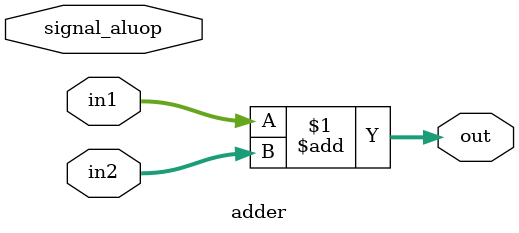
<source format=v>
`timescale 1ns / 1ps

module adder(
    input [7:0] in1,
    input [7:0] in2,
    output [7:0] out,
    input signal_aluop
);
    // only need add
    assign out = in1 + in2;

endmodule

</source>
